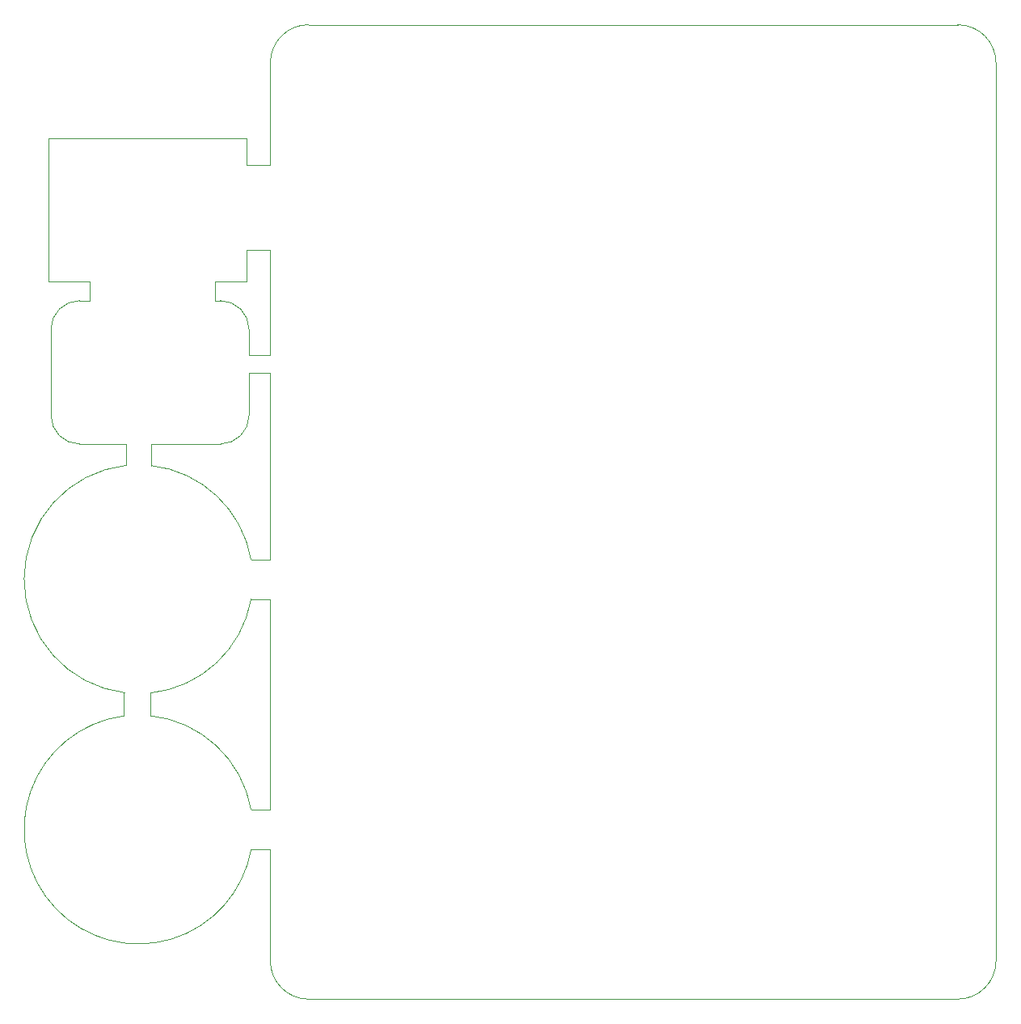
<source format=gbr>
%TF.GenerationSoftware,KiCad,Pcbnew,8.0.3*%
%TF.CreationDate,2024-09-19T18:37:29+03:00*%
%TF.ProjectId,JLC8,4a4c4338-2e6b-4696-9361-645f70636258,rev?*%
%TF.SameCoordinates,Original*%
%TF.FileFunction,Profile,NP*%
%FSLAX46Y46*%
G04 Gerber Fmt 4.6, Leading zero omitted, Abs format (unit mm)*
G04 Created by KiCad (PCBNEW 8.0.3) date 2024-09-19 18:37:29*
%MOMM*%
%LPD*%
G01*
G04 APERTURE LIST*
%TA.AperFunction,Profile*%
%ADD10C,0.100000*%
%TD*%
G04 APERTURE END LIST*
D10*
X118950000Y-78350000D02*
X119526050Y-78357179D01*
X105825000Y-78350000D02*
X104776050Y-78357179D01*
X101527370Y-76338499D02*
X105825000Y-76350000D01*
X105825000Y-78350000D02*
X105825000Y-76350000D01*
X118950000Y-78350000D02*
X118950000Y-76350000D01*
X112300974Y-95616464D02*
G75*
G02*
X122731263Y-105434463I-1356724J-11890716D01*
G01*
X119526050Y-93357179D02*
X112300000Y-93350000D01*
X104776050Y-93357179D02*
X109650000Y-93375000D01*
X109650000Y-95600000D02*
X109650000Y-93375000D01*
X112300000Y-95625000D02*
X112300000Y-93350000D01*
X122741753Y-135796319D02*
G75*
G02*
X109412812Y-121824408I-11797503J2089139D01*
G01*
X112200000Y-121800001D02*
G75*
G02*
X122736528Y-131633536I-1255750J-11907179D01*
G01*
X124756050Y-53467179D02*
X124756050Y-54957179D01*
X122741753Y-109596320D02*
G75*
G02*
X112197113Y-119422545I-11797503J2089140D01*
G01*
X109400000Y-119374999D02*
X109412812Y-121824408D01*
X112197113Y-119422545D02*
X112200000Y-121800001D01*
X124756050Y-109582179D02*
X124756050Y-131632179D01*
X200756050Y-147467179D02*
G75*
G02*
X196756050Y-151467250I-4000050J-21D01*
G01*
X196756050Y-151467179D02*
X128756050Y-151467179D01*
X101527370Y-61338499D02*
X101527370Y-76338499D01*
X101776050Y-90357179D02*
X101776050Y-81357179D01*
X122526050Y-90357179D02*
G75*
G02*
X119526050Y-93357250I-3000050J-21D01*
G01*
X122281050Y-64132179D02*
X124756050Y-64132179D01*
X122741754Y-109596320D02*
X124756050Y-109582179D01*
X122277370Y-61338499D02*
X101527370Y-61338499D01*
X101776050Y-81357179D02*
G75*
G02*
X104776050Y-78357150I3000050J-21D01*
G01*
X124756050Y-73025000D02*
X122281050Y-73025000D01*
X122531050Y-85932179D02*
X122526050Y-90357179D01*
X124756050Y-84032179D02*
X122531050Y-84032179D01*
X104776050Y-93357179D02*
G75*
G02*
X101776121Y-90357179I50J2999979D01*
G01*
X200756050Y-53467179D02*
X200756050Y-147467179D01*
X122744249Y-105432179D02*
X124756050Y-105432179D01*
X196756050Y-49467179D02*
G75*
G02*
X200756021Y-53467179I-50J-4000021D01*
G01*
X124756050Y-85932179D02*
X124756050Y-105432179D01*
X124756050Y-54957179D02*
X124756050Y-64132179D01*
X122281050Y-73025000D02*
X122277370Y-76338499D01*
X128756050Y-49467179D02*
X196756050Y-49467179D01*
X124756050Y-85932179D02*
X122531050Y-85932179D01*
X124756050Y-53467179D02*
G75*
G02*
X128756050Y-49467150I4000050J-21D01*
G01*
X119526050Y-78357179D02*
G75*
G02*
X122526021Y-81357179I-50J-3000021D01*
G01*
X122744249Y-131632178D02*
X124756050Y-131632179D01*
X124756050Y-73025000D02*
X124756050Y-84032179D01*
X128756050Y-151467179D02*
G75*
G02*
X124756121Y-147467179I50J3999979D01*
G01*
X122741754Y-135796319D02*
X124756050Y-135782179D01*
X122277370Y-61338499D02*
X122281050Y-64132179D01*
X124756050Y-135782179D02*
X124756050Y-147467179D01*
X122531050Y-84032179D02*
X122526050Y-81357179D01*
X109547004Y-119402713D02*
G75*
G02*
X109650000Y-95600001I1397246J11895533D01*
G01*
X118950000Y-76350000D02*
X122277370Y-76338499D01*
M02*

</source>
